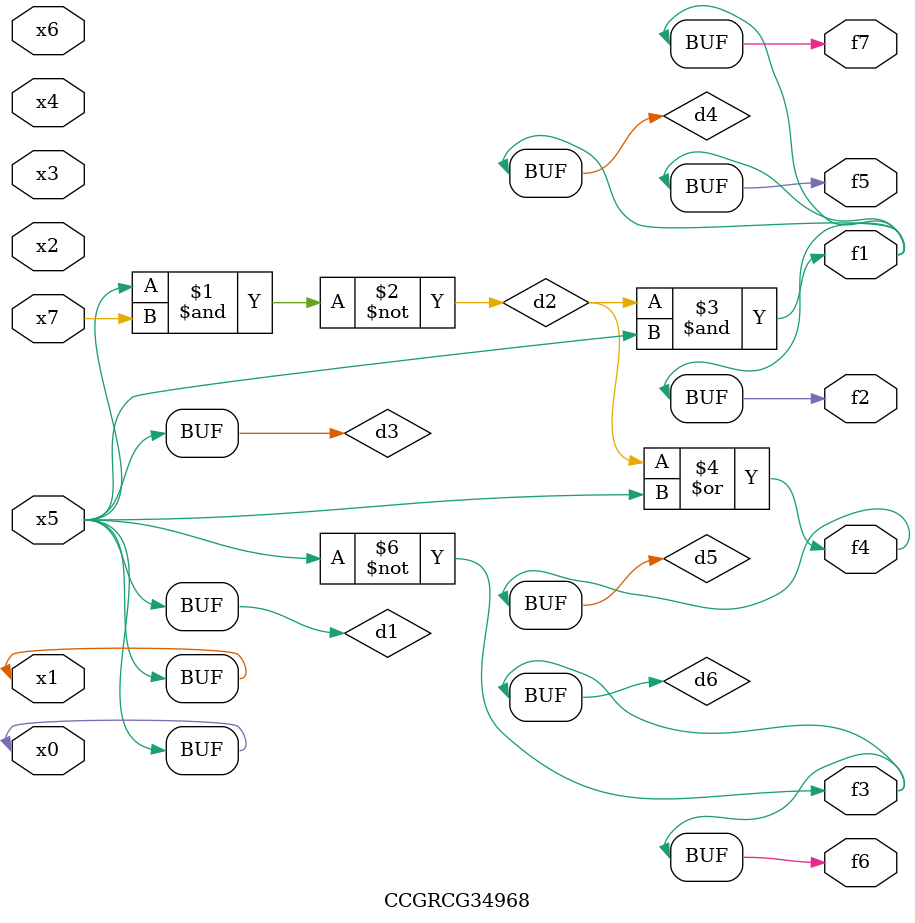
<source format=v>
module CCGRCG34968(
	input x0, x1, x2, x3, x4, x5, x6, x7,
	output f1, f2, f3, f4, f5, f6, f7
);

	wire d1, d2, d3, d4, d5, d6;

	buf (d1, x0, x5);
	nand (d2, x5, x7);
	buf (d3, x0, x1);
	and (d4, d2, d3);
	or (d5, d2, d3);
	nor (d6, d1, d3);
	assign f1 = d4;
	assign f2 = d4;
	assign f3 = d6;
	assign f4 = d5;
	assign f5 = d4;
	assign f6 = d6;
	assign f7 = d4;
endmodule

</source>
